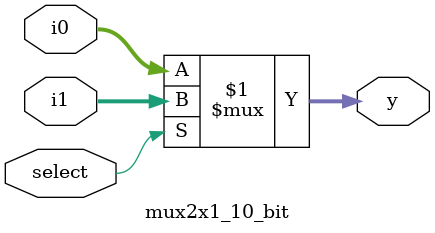
<source format=v>
module mux2x1_10_bit(output [9:0] y, input [9:0] i0,i1 , input select) ; 


assign y = (select) ? i1: i0 ; 


endmodule
</source>
